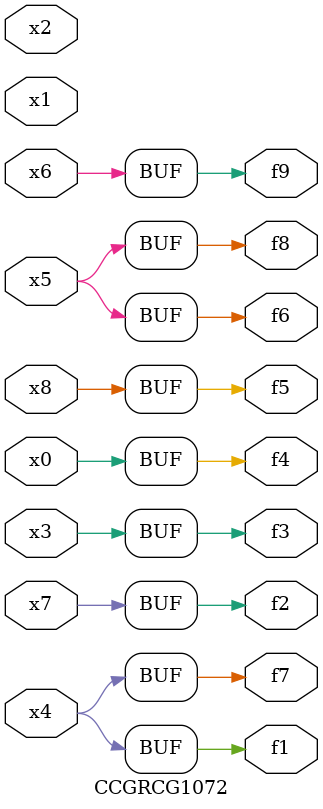
<source format=v>
module CCGRCG1072(
	input x0, x1, x2, x3, x4, x5, x6, x7, x8,
	output f1, f2, f3, f4, f5, f6, f7, f8, f9
);
	assign f1 = x4;
	assign f2 = x7;
	assign f3 = x3;
	assign f4 = x0;
	assign f5 = x8;
	assign f6 = x5;
	assign f7 = x4;
	assign f8 = x5;
	assign f9 = x6;
endmodule

</source>
